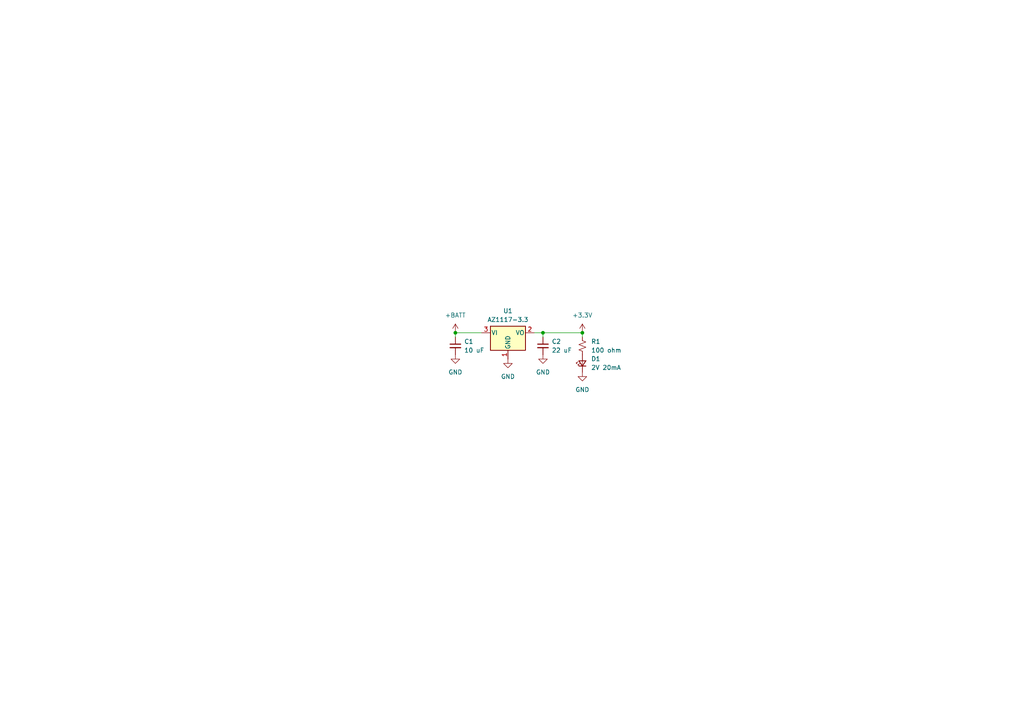
<source format=kicad_sch>
(kicad_sch (version 20230121) (generator eeschema)

  (uuid f3ce2b07-9487-48e3-b881-0ad625f4782d)

  (paper "A4")

  (lib_symbols
    (symbol "Device:C_Small" (pin_numbers hide) (pin_names (offset 0.254) hide) (in_bom yes) (on_board yes)
      (property "Reference" "C" (at 0.254 1.778 0)
        (effects (font (size 1.27 1.27)) (justify left))
      )
      (property "Value" "C_Small" (at 0.254 -2.032 0)
        (effects (font (size 1.27 1.27)) (justify left))
      )
      (property "Footprint" "" (at 0 0 0)
        (effects (font (size 1.27 1.27)) hide)
      )
      (property "Datasheet" "~" (at 0 0 0)
        (effects (font (size 1.27 1.27)) hide)
      )
      (property "ki_keywords" "capacitor cap" (at 0 0 0)
        (effects (font (size 1.27 1.27)) hide)
      )
      (property "ki_description" "Unpolarized capacitor, small symbol" (at 0 0 0)
        (effects (font (size 1.27 1.27)) hide)
      )
      (property "ki_fp_filters" "C_*" (at 0 0 0)
        (effects (font (size 1.27 1.27)) hide)
      )
      (symbol "C_Small_0_1"
        (polyline
          (pts
            (xy -1.524 -0.508)
            (xy 1.524 -0.508)
          )
          (stroke (width 0.3302) (type default))
          (fill (type none))
        )
        (polyline
          (pts
            (xy -1.524 0.508)
            (xy 1.524 0.508)
          )
          (stroke (width 0.3048) (type default))
          (fill (type none))
        )
      )
      (symbol "C_Small_1_1"
        (pin passive line (at 0 2.54 270) (length 2.032)
          (name "~" (effects (font (size 1.27 1.27))))
          (number "1" (effects (font (size 1.27 1.27))))
        )
        (pin passive line (at 0 -2.54 90) (length 2.032)
          (name "~" (effects (font (size 1.27 1.27))))
          (number "2" (effects (font (size 1.27 1.27))))
        )
      )
    )
    (symbol "Device:LED_Small" (pin_numbers hide) (pin_names (offset 0.254) hide) (in_bom yes) (on_board yes)
      (property "Reference" "D" (at -1.27 3.175 0)
        (effects (font (size 1.27 1.27)) (justify left))
      )
      (property "Value" "LED_Small" (at -4.445 -2.54 0)
        (effects (font (size 1.27 1.27)) (justify left))
      )
      (property "Footprint" "" (at 0 0 90)
        (effects (font (size 1.27 1.27)) hide)
      )
      (property "Datasheet" "~" (at 0 0 90)
        (effects (font (size 1.27 1.27)) hide)
      )
      (property "ki_keywords" "LED diode light-emitting-diode" (at 0 0 0)
        (effects (font (size 1.27 1.27)) hide)
      )
      (property "ki_description" "Light emitting diode, small symbol" (at 0 0 0)
        (effects (font (size 1.27 1.27)) hide)
      )
      (property "ki_fp_filters" "LED* LED_SMD:* LED_THT:*" (at 0 0 0)
        (effects (font (size 1.27 1.27)) hide)
      )
      (symbol "LED_Small_0_1"
        (polyline
          (pts
            (xy -0.762 -1.016)
            (xy -0.762 1.016)
          )
          (stroke (width 0.254) (type default))
          (fill (type none))
        )
        (polyline
          (pts
            (xy 1.016 0)
            (xy -0.762 0)
          )
          (stroke (width 0) (type default))
          (fill (type none))
        )
        (polyline
          (pts
            (xy 0.762 -1.016)
            (xy -0.762 0)
            (xy 0.762 1.016)
            (xy 0.762 -1.016)
          )
          (stroke (width 0.254) (type default))
          (fill (type none))
        )
        (polyline
          (pts
            (xy 0 0.762)
            (xy -0.508 1.27)
            (xy -0.254 1.27)
            (xy -0.508 1.27)
            (xy -0.508 1.016)
          )
          (stroke (width 0) (type default))
          (fill (type none))
        )
        (polyline
          (pts
            (xy 0.508 1.27)
            (xy 0 1.778)
            (xy 0.254 1.778)
            (xy 0 1.778)
            (xy 0 1.524)
          )
          (stroke (width 0) (type default))
          (fill (type none))
        )
      )
      (symbol "LED_Small_1_1"
        (pin passive line (at -2.54 0 0) (length 1.778)
          (name "K" (effects (font (size 1.27 1.27))))
          (number "1" (effects (font (size 1.27 1.27))))
        )
        (pin passive line (at 2.54 0 180) (length 1.778)
          (name "A" (effects (font (size 1.27 1.27))))
          (number "2" (effects (font (size 1.27 1.27))))
        )
      )
    )
    (symbol "Device:R_Small_US" (pin_numbers hide) (pin_names (offset 0.254) hide) (in_bom yes) (on_board yes)
      (property "Reference" "R" (at 0.762 0.508 0)
        (effects (font (size 1.27 1.27)) (justify left))
      )
      (property "Value" "R_Small_US" (at 0.762 -1.016 0)
        (effects (font (size 1.27 1.27)) (justify left))
      )
      (property "Footprint" "" (at 0 0 0)
        (effects (font (size 1.27 1.27)) hide)
      )
      (property "Datasheet" "~" (at 0 0 0)
        (effects (font (size 1.27 1.27)) hide)
      )
      (property "ki_keywords" "r resistor" (at 0 0 0)
        (effects (font (size 1.27 1.27)) hide)
      )
      (property "ki_description" "Resistor, small US symbol" (at 0 0 0)
        (effects (font (size 1.27 1.27)) hide)
      )
      (property "ki_fp_filters" "R_*" (at 0 0 0)
        (effects (font (size 1.27 1.27)) hide)
      )
      (symbol "R_Small_US_1_1"
        (polyline
          (pts
            (xy 0 0)
            (xy 1.016 -0.381)
            (xy 0 -0.762)
            (xy -1.016 -1.143)
            (xy 0 -1.524)
          )
          (stroke (width 0) (type default))
          (fill (type none))
        )
        (polyline
          (pts
            (xy 0 1.524)
            (xy 1.016 1.143)
            (xy 0 0.762)
            (xy -1.016 0.381)
            (xy 0 0)
          )
          (stroke (width 0) (type default))
          (fill (type none))
        )
        (pin passive line (at 0 2.54 270) (length 1.016)
          (name "~" (effects (font (size 1.27 1.27))))
          (number "1" (effects (font (size 1.27 1.27))))
        )
        (pin passive line (at 0 -2.54 90) (length 1.016)
          (name "~" (effects (font (size 1.27 1.27))))
          (number "2" (effects (font (size 1.27 1.27))))
        )
      )
    )
    (symbol "Regulator_Linear:AZ1117-3.3" (pin_names (offset 0.254)) (in_bom yes) (on_board yes)
      (property "Reference" "U" (at -3.81 3.175 0)
        (effects (font (size 1.27 1.27)))
      )
      (property "Value" "AZ1117-3.3" (at 0 3.175 0)
        (effects (font (size 1.27 1.27)) (justify left))
      )
      (property "Footprint" "" (at 0 6.35 0)
        (effects (font (size 1.27 1.27) italic) hide)
      )
      (property "Datasheet" "https://www.diodes.com/assets/Datasheets/AZ1117.pdf" (at 0 0 0)
        (effects (font (size 1.27 1.27)) hide)
      )
      (property "ki_keywords" "Fixed Voltage Regulator 1A Positive LDO" (at 0 0 0)
        (effects (font (size 1.27 1.27)) hide)
      )
      (property "ki_description" "1A 20V Fixed LDO Linear Regulator, 3.3V, SOT-89/SOT-223/TO-220/TO-252/TO-263" (at 0 0 0)
        (effects (font (size 1.27 1.27)) hide)
      )
      (property "ki_fp_filters" "SOT?223* SOT?89* TO?220* TO?252* TO?263*" (at 0 0 0)
        (effects (font (size 1.27 1.27)) hide)
      )
      (symbol "AZ1117-3.3_0_1"
        (rectangle (start -5.08 1.905) (end 5.08 -5.08)
          (stroke (width 0.254) (type default))
          (fill (type background))
        )
      )
      (symbol "AZ1117-3.3_1_1"
        (pin power_in line (at 0 -7.62 90) (length 2.54)
          (name "GND" (effects (font (size 1.27 1.27))))
          (number "1" (effects (font (size 1.27 1.27))))
        )
        (pin power_out line (at 7.62 0 180) (length 2.54)
          (name "VO" (effects (font (size 1.27 1.27))))
          (number "2" (effects (font (size 1.27 1.27))))
        )
        (pin power_in line (at -7.62 0 0) (length 2.54)
          (name "VI" (effects (font (size 1.27 1.27))))
          (number "3" (effects (font (size 1.27 1.27))))
        )
      )
    )
    (symbol "power:+3.3V" (power) (pin_names (offset 0)) (in_bom yes) (on_board yes)
      (property "Reference" "#PWR" (at 0 -3.81 0)
        (effects (font (size 1.27 1.27)) hide)
      )
      (property "Value" "+3.3V" (at 0 3.556 0)
        (effects (font (size 1.27 1.27)))
      )
      (property "Footprint" "" (at 0 0 0)
        (effects (font (size 1.27 1.27)) hide)
      )
      (property "Datasheet" "" (at 0 0 0)
        (effects (font (size 1.27 1.27)) hide)
      )
      (property "ki_keywords" "global power" (at 0 0 0)
        (effects (font (size 1.27 1.27)) hide)
      )
      (property "ki_description" "Power symbol creates a global label with name \"+3.3V\"" (at 0 0 0)
        (effects (font (size 1.27 1.27)) hide)
      )
      (symbol "+3.3V_0_1"
        (polyline
          (pts
            (xy -0.762 1.27)
            (xy 0 2.54)
          )
          (stroke (width 0) (type default))
          (fill (type none))
        )
        (polyline
          (pts
            (xy 0 0)
            (xy 0 2.54)
          )
          (stroke (width 0) (type default))
          (fill (type none))
        )
        (polyline
          (pts
            (xy 0 2.54)
            (xy 0.762 1.27)
          )
          (stroke (width 0) (type default))
          (fill (type none))
        )
      )
      (symbol "+3.3V_1_1"
        (pin power_in line (at 0 0 90) (length 0) hide
          (name "+3.3V" (effects (font (size 1.27 1.27))))
          (number "1" (effects (font (size 1.27 1.27))))
        )
      )
    )
    (symbol "power:+BATT" (power) (pin_names (offset 0)) (in_bom yes) (on_board yes)
      (property "Reference" "#PWR" (at 0 -3.81 0)
        (effects (font (size 1.27 1.27)) hide)
      )
      (property "Value" "+BATT" (at 0 3.556 0)
        (effects (font (size 1.27 1.27)))
      )
      (property "Footprint" "" (at 0 0 0)
        (effects (font (size 1.27 1.27)) hide)
      )
      (property "Datasheet" "" (at 0 0 0)
        (effects (font (size 1.27 1.27)) hide)
      )
      (property "ki_keywords" "global power battery" (at 0 0 0)
        (effects (font (size 1.27 1.27)) hide)
      )
      (property "ki_description" "Power symbol creates a global label with name \"+BATT\"" (at 0 0 0)
        (effects (font (size 1.27 1.27)) hide)
      )
      (symbol "+BATT_0_1"
        (polyline
          (pts
            (xy -0.762 1.27)
            (xy 0 2.54)
          )
          (stroke (width 0) (type default))
          (fill (type none))
        )
        (polyline
          (pts
            (xy 0 0)
            (xy 0 2.54)
          )
          (stroke (width 0) (type default))
          (fill (type none))
        )
        (polyline
          (pts
            (xy 0 2.54)
            (xy 0.762 1.27)
          )
          (stroke (width 0) (type default))
          (fill (type none))
        )
      )
      (symbol "+BATT_1_1"
        (pin power_in line (at 0 0 90) (length 0) hide
          (name "+BATT" (effects (font (size 1.27 1.27))))
          (number "1" (effects (font (size 1.27 1.27))))
        )
      )
    )
    (symbol "power:GND" (power) (pin_names (offset 0)) (in_bom yes) (on_board yes)
      (property "Reference" "#PWR" (at 0 -6.35 0)
        (effects (font (size 1.27 1.27)) hide)
      )
      (property "Value" "GND" (at 0 -3.81 0)
        (effects (font (size 1.27 1.27)))
      )
      (property "Footprint" "" (at 0 0 0)
        (effects (font (size 1.27 1.27)) hide)
      )
      (property "Datasheet" "" (at 0 0 0)
        (effects (font (size 1.27 1.27)) hide)
      )
      (property "ki_keywords" "global power" (at 0 0 0)
        (effects (font (size 1.27 1.27)) hide)
      )
      (property "ki_description" "Power symbol creates a global label with name \"GND\" , ground" (at 0 0 0)
        (effects (font (size 1.27 1.27)) hide)
      )
      (symbol "GND_0_1"
        (polyline
          (pts
            (xy 0 0)
            (xy 0 -1.27)
            (xy 1.27 -1.27)
            (xy 0 -2.54)
            (xy -1.27 -1.27)
            (xy 0 -1.27)
          )
          (stroke (width 0) (type default))
          (fill (type none))
        )
      )
      (symbol "GND_1_1"
        (pin power_in line (at 0 0 270) (length 0) hide
          (name "GND" (effects (font (size 1.27 1.27))))
          (number "1" (effects (font (size 1.27 1.27))))
        )
      )
    )
  )

  (junction (at 157.48 96.52) (diameter 0) (color 0 0 0 0)
    (uuid 1edc7a6a-5247-45d7-8638-7ef7d0a0c900)
  )
  (junction (at 168.91 96.52) (diameter 0) (color 0 0 0 0)
    (uuid 2ba44929-70a2-4e70-97e8-f10b545902dc)
  )
  (junction (at 132.08 96.52) (diameter 0) (color 0 0 0 0)
    (uuid b588297f-8e45-44cf-bae2-486b813efd1c)
  )

  (wire (pts (xy 168.91 97.79) (xy 168.91 96.52))
    (stroke (width 0) (type default))
    (uuid 1b7aa10f-1665-4ae4-b9ce-bceca3ac981d)
  )
  (wire (pts (xy 157.48 96.52) (xy 168.91 96.52))
    (stroke (width 0) (type default))
    (uuid 2c844033-2ce7-4d4a-97bc-0f67ace5cf15)
  )
  (wire (pts (xy 132.08 96.52) (xy 139.7 96.52))
    (stroke (width 0) (type default))
    (uuid 6aefbb03-70f3-486e-8599-92ae67407f2a)
  )
  (wire (pts (xy 154.94 96.52) (xy 157.48 96.52))
    (stroke (width 0) (type default))
    (uuid 7767d778-b3fb-4cbd-b9d4-ea8adb464069)
  )
  (wire (pts (xy 132.08 97.79) (xy 132.08 96.52))
    (stroke (width 0) (type default))
    (uuid 9e1fd4e0-65d0-4852-9a79-95fed565fae6)
  )
  (wire (pts (xy 157.48 97.79) (xy 157.48 96.52))
    (stroke (width 0) (type default))
    (uuid be16a103-915e-47d5-b145-b0a2521789e2)
  )

  (symbol (lib_id "power:GND") (at 132.08 102.87 0) (unit 1)
    (in_bom yes) (on_board yes) (dnp no) (fields_autoplaced)
    (uuid 37febb6f-cb64-4ec6-af22-80df46fe4c15)
    (property "Reference" "#PWR03" (at 132.08 109.22 0)
      (effects (font (size 1.27 1.27)) hide)
    )
    (property "Value" "GND" (at 132.08 107.95 0)
      (effects (font (size 1.27 1.27)))
    )
    (property "Footprint" "" (at 132.08 102.87 0)
      (effects (font (size 1.27 1.27)) hide)
    )
    (property "Datasheet" "" (at 132.08 102.87 0)
      (effects (font (size 1.27 1.27)) hide)
    )
    (pin "1" (uuid 121cdc02-45a4-40e7-b2d4-db1d8af6446f))
    (instances
      (project "micromouse"
        (path "/77cbf270-6b61-4f1a-b1cd-1a823bc4a9d0"
          (reference "#PWR03") (unit 1)
        )
        (path "/77cbf270-6b61-4f1a-b1cd-1a823bc4a9d0/ee213e5f-b840-4963-a0d0-18f6863af62a"
          (reference "#PWR043") (unit 1)
        )
        (path "/77cbf270-6b61-4f1a-b1cd-1a823bc4a9d0/0ad29b3b-f66f-4f58-a0f4-0c39e8d6232b"
          (reference "#PWR043") (unit 1)
        )
      )
    )
  )

  (symbol (lib_id "power:GND") (at 168.91 107.95 0) (unit 1)
    (in_bom yes) (on_board yes) (dnp no)
    (uuid 5eda7d3f-8680-4569-8ef6-99ab38c22d16)
    (property "Reference" "#PWR05" (at 168.91 114.3 0)
      (effects (font (size 1.27 1.27)) hide)
    )
    (property "Value" "GND" (at 168.91 113.03 0)
      (effects (font (size 1.27 1.27)))
    )
    (property "Footprint" "" (at 168.91 107.95 0)
      (effects (font (size 1.27 1.27)) hide)
    )
    (property "Datasheet" "" (at 168.91 107.95 0)
      (effects (font (size 1.27 1.27)) hide)
    )
    (pin "1" (uuid ac5d76d3-45c2-4e64-a2e6-adfd0acb9c41))
    (instances
      (project "micromouse"
        (path "/77cbf270-6b61-4f1a-b1cd-1a823bc4a9d0"
          (reference "#PWR05") (unit 1)
        )
        (path "/77cbf270-6b61-4f1a-b1cd-1a823bc4a9d0/ee213e5f-b840-4963-a0d0-18f6863af62a"
          (reference "#PWR047") (unit 1)
        )
        (path "/77cbf270-6b61-4f1a-b1cd-1a823bc4a9d0/0ad29b3b-f66f-4f58-a0f4-0c39e8d6232b"
          (reference "#PWR047") (unit 1)
        )
      )
    )
  )

  (symbol (lib_id "Device:C_Small") (at 132.08 100.33 0) (unit 1)
    (in_bom yes) (on_board yes) (dnp no) (fields_autoplaced)
    (uuid 7f369f1a-fccc-4714-bfc6-8bc57441acf4)
    (property "Reference" "C1" (at 134.62 99.0663 0)
      (effects (font (size 1.27 1.27)) (justify left))
    )
    (property "Value" "10 uF" (at 134.62 101.6063 0)
      (effects (font (size 1.27 1.27)) (justify left))
    )
    (property "Footprint" "Capacitor_SMD:C_0805_2012Metric" (at 132.08 100.33 0)
      (effects (font (size 1.27 1.27)) hide)
    )
    (property "Datasheet" "~" (at 132.08 100.33 0)
      (effects (font (size 1.27 1.27)) hide)
    )
    (pin "1" (uuid 939f4350-d73f-4a90-926d-9c2e71f28661))
    (pin "2" (uuid 31479670-e3a5-40e5-bedf-a43c27931fee))
    (instances
      (project "micromouse"
        (path "/77cbf270-6b61-4f1a-b1cd-1a823bc4a9d0"
          (reference "C1") (unit 1)
        )
        (path "/77cbf270-6b61-4f1a-b1cd-1a823bc4a9d0/ee213e5f-b840-4963-a0d0-18f6863af62a"
          (reference "C25") (unit 1)
        )
        (path "/77cbf270-6b61-4f1a-b1cd-1a823bc4a9d0/0ad29b3b-f66f-4f58-a0f4-0c39e8d6232b"
          (reference "C25") (unit 1)
        )
      )
    )
  )

  (symbol (lib_id "Regulator_Linear:AZ1117-3.3") (at 147.32 96.52 0) (unit 1)
    (in_bom yes) (on_board yes) (dnp no) (fields_autoplaced)
    (uuid 7f530aaa-1873-4fcf-8fdb-f5fa92562bf1)
    (property "Reference" "U1" (at 147.32 90.17 0)
      (effects (font (size 1.27 1.27)))
    )
    (property "Value" "AZ1117-3.3" (at 147.32 92.71 0)
      (effects (font (size 1.27 1.27)))
    )
    (property "Footprint" "Package_TO_SOT_SMD:SOT-223-3_TabPin2" (at 147.32 90.17 0)
      (effects (font (size 1.27 1.27) italic) hide)
    )
    (property "Datasheet" "https://www.diodes.com/assets/Datasheets/AZ1117.pdf" (at 147.32 96.52 0)
      (effects (font (size 1.27 1.27)) hide)
    )
    (pin "1" (uuid 07d6158a-fddb-45e0-ba37-9d650411f5c4))
    (pin "2" (uuid e9e6d7f0-fd02-4e94-baa5-7a1cd60584a5))
    (pin "3" (uuid 6757d084-fc98-4abe-90ed-5926eecb5ed7))
    (instances
      (project "micromouse"
        (path "/77cbf270-6b61-4f1a-b1cd-1a823bc4a9d0"
          (reference "U1") (unit 1)
        )
        (path "/77cbf270-6b61-4f1a-b1cd-1a823bc4a9d0/ee213e5f-b840-4963-a0d0-18f6863af62a"
          (reference "U5") (unit 1)
        )
        (path "/77cbf270-6b61-4f1a-b1cd-1a823bc4a9d0/0ad29b3b-f66f-4f58-a0f4-0c39e8d6232b"
          (reference "U5") (unit 1)
        )
      )
    )
  )

  (symbol (lib_id "Device:C_Small") (at 157.48 100.33 0) (unit 1)
    (in_bom yes) (on_board yes) (dnp no)
    (uuid a8cf963b-1389-4c10-ab26-184e7c51a92a)
    (property "Reference" "C2" (at 160.02 99.06 0)
      (effects (font (size 1.27 1.27)) (justify left))
    )
    (property "Value" "22 uF" (at 160.02 101.6063 0)
      (effects (font (size 1.27 1.27)) (justify left))
    )
    (property "Footprint" "Capacitor_SMD:C_0805_2012Metric" (at 157.48 100.33 0)
      (effects (font (size 1.27 1.27)) hide)
    )
    (property "Datasheet" "~" (at 157.48 100.33 0)
      (effects (font (size 1.27 1.27)) hide)
    )
    (pin "1" (uuid 17d48fc3-4d76-48d3-8d50-4cf4ad0de498))
    (pin "2" (uuid 2e71adc1-f67f-4ed8-aeae-0655e3fe9781))
    (instances
      (project "micromouse"
        (path "/77cbf270-6b61-4f1a-b1cd-1a823bc4a9d0"
          (reference "C2") (unit 1)
        )
        (path "/77cbf270-6b61-4f1a-b1cd-1a823bc4a9d0/ee213e5f-b840-4963-a0d0-18f6863af62a"
          (reference "C26") (unit 1)
        )
        (path "/77cbf270-6b61-4f1a-b1cd-1a823bc4a9d0/0ad29b3b-f66f-4f58-a0f4-0c39e8d6232b"
          (reference "C26") (unit 1)
        )
      )
    )
  )

  (symbol (lib_id "Device:LED_Small") (at 168.91 105.41 90) (unit 1)
    (in_bom yes) (on_board yes) (dnp no) (fields_autoplaced)
    (uuid b0b4d4ef-4752-4edd-acbe-3f6f8f893651)
    (property "Reference" "D1" (at 171.45 104.0765 90)
      (effects (font (size 1.27 1.27)) (justify right))
    )
    (property "Value" "2V 20mA" (at 171.45 106.6165 90)
      (effects (font (size 1.27 1.27)) (justify right))
    )
    (property "Footprint" "LED_SMD:LED_0603_1608Metric" (at 168.91 105.41 90)
      (effects (font (size 1.27 1.27)) hide)
    )
    (property "Datasheet" "~" (at 168.91 105.41 90)
      (effects (font (size 1.27 1.27)) hide)
    )
    (pin "2" (uuid fdda16f1-9bb1-446d-8e36-947535d419df))
    (pin "1" (uuid be1290df-c422-4cca-8d81-46bbf2093aac))
    (instances
      (project "micromouse"
        (path "/77cbf270-6b61-4f1a-b1cd-1a823bc4a9d0"
          (reference "D1") (unit 1)
        )
        (path "/77cbf270-6b61-4f1a-b1cd-1a823bc4a9d0/ee213e5f-b840-4963-a0d0-18f6863af62a"
          (reference "D5") (unit 1)
        )
        (path "/77cbf270-6b61-4f1a-b1cd-1a823bc4a9d0/0ad29b3b-f66f-4f58-a0f4-0c39e8d6232b"
          (reference "D5") (unit 1)
        )
      )
    )
  )

  (symbol (lib_id "power:GND") (at 147.32 104.14 0) (unit 1)
    (in_bom yes) (on_board yes) (dnp no) (fields_autoplaced)
    (uuid b67118df-73d9-484c-8177-76abe339b4fa)
    (property "Reference" "#PWR02" (at 147.32 110.49 0)
      (effects (font (size 1.27 1.27)) hide)
    )
    (property "Value" "GND" (at 147.32 109.22 0)
      (effects (font (size 1.27 1.27)))
    )
    (property "Footprint" "" (at 147.32 104.14 0)
      (effects (font (size 1.27 1.27)) hide)
    )
    (property "Datasheet" "" (at 147.32 104.14 0)
      (effects (font (size 1.27 1.27)) hide)
    )
    (pin "1" (uuid 85ae835a-d3c4-47c4-a23c-80f507ca943b))
    (instances
      (project "micromouse"
        (path "/77cbf270-6b61-4f1a-b1cd-1a823bc4a9d0"
          (reference "#PWR02") (unit 1)
        )
        (path "/77cbf270-6b61-4f1a-b1cd-1a823bc4a9d0/ee213e5f-b840-4963-a0d0-18f6863af62a"
          (reference "#PWR044") (unit 1)
        )
        (path "/77cbf270-6b61-4f1a-b1cd-1a823bc4a9d0/0ad29b3b-f66f-4f58-a0f4-0c39e8d6232b"
          (reference "#PWR044") (unit 1)
        )
      )
    )
  )

  (symbol (lib_id "Device:R_Small_US") (at 168.91 100.33 0) (unit 1)
    (in_bom yes) (on_board yes) (dnp no) (fields_autoplaced)
    (uuid c6aadbcd-b267-4276-89d2-81df742f1118)
    (property "Reference" "R1" (at 171.45 99.06 0)
      (effects (font (size 1.27 1.27)) (justify left))
    )
    (property "Value" "100 ohm" (at 171.45 101.6 0)
      (effects (font (size 1.27 1.27)) (justify left))
    )
    (property "Footprint" "Resistor_SMD:R_0805_2012Metric" (at 168.91 100.33 0)
      (effects (font (size 1.27 1.27)) hide)
    )
    (property "Datasheet" "~" (at 168.91 100.33 0)
      (effects (font (size 1.27 1.27)) hide)
    )
    (pin "2" (uuid cd38b885-9156-419e-9950-2d2d0b1c7a9a))
    (pin "1" (uuid 68185dc0-9e9d-4bfc-9826-6d079faa9995))
    (instances
      (project "temp"
        (path "/4ab6c597-c995-4ded-b4e9-3fe49657a9f7"
          (reference "R1") (unit 1)
        )
      )
      (project "micromouse"
        (path "/77cbf270-6b61-4f1a-b1cd-1a823bc4a9d0"
          (reference "R1") (unit 1)
        )
        (path "/77cbf270-6b61-4f1a-b1cd-1a823bc4a9d0/cf9a1018-f024-4f3e-aaf6-05bf8a1e7d4b"
          (reference "R4") (unit 1)
        )
        (path "/77cbf270-6b61-4f1a-b1cd-1a823bc4a9d0/1b79df15-7fde-4574-a99f-3b10059c4a8b"
          (reference "R3") (unit 1)
        )
        (path "/77cbf270-6b61-4f1a-b1cd-1a823bc4a9d0/daba2f40-92d1-4b6c-9ee3-215d7fa7e5a6"
          (reference "R8") (unit 1)
        )
        (path "/77cbf270-6b61-4f1a-b1cd-1a823bc4a9d0/ee213e5f-b840-4963-a0d0-18f6863af62a"
          (reference "R9") (unit 1)
        )
        (path "/77cbf270-6b61-4f1a-b1cd-1a823bc4a9d0/0ad29b3b-f66f-4f58-a0f4-0c39e8d6232b"
          (reference "R9") (unit 1)
        )
      )
    )
  )

  (symbol (lib_id "power:+BATT") (at 132.08 96.52 0) (unit 1)
    (in_bom yes) (on_board yes) (dnp no) (fields_autoplaced)
    (uuid efee6f98-e547-4305-b8d7-1864076cabe5)
    (property "Reference" "#PWR034" (at 132.08 100.33 0)
      (effects (font (size 1.27 1.27)) hide)
    )
    (property "Value" "+BATT" (at 132.08 91.44 0)
      (effects (font (size 1.27 1.27)))
    )
    (property "Footprint" "" (at 132.08 96.52 0)
      (effects (font (size 1.27 1.27)) hide)
    )
    (property "Datasheet" "" (at 132.08 96.52 0)
      (effects (font (size 1.27 1.27)) hide)
    )
    (pin "1" (uuid b32ea951-74e3-4abc-b1d5-0e75bb784bfd))
    (instances
      (project "micromouse"
        (path "/77cbf270-6b61-4f1a-b1cd-1a823bc4a9d0"
          (reference "#PWR034") (unit 1)
        )
        (path "/77cbf270-6b61-4f1a-b1cd-1a823bc4a9d0/ee213e5f-b840-4963-a0d0-18f6863af62a"
          (reference "#PWR039") (unit 1)
        )
        (path "/77cbf270-6b61-4f1a-b1cd-1a823bc4a9d0/0ad29b3b-f66f-4f58-a0f4-0c39e8d6232b"
          (reference "#PWR039") (unit 1)
        )
      )
    )
  )

  (symbol (lib_id "power:+3.3V") (at 168.91 96.52 0) (unit 1)
    (in_bom yes) (on_board yes) (dnp no) (fields_autoplaced)
    (uuid fd3a5c8a-d789-4e97-9c99-7c8811e0097a)
    (property "Reference" "#PWR024" (at 168.91 100.33 0)
      (effects (font (size 1.27 1.27)) hide)
    )
    (property "Value" "+3.3V" (at 168.91 91.44 0)
      (effects (font (size 1.27 1.27)))
    )
    (property "Footprint" "" (at 168.91 96.52 0)
      (effects (font (size 1.27 1.27)) hide)
    )
    (property "Datasheet" "" (at 168.91 96.52 0)
      (effects (font (size 1.27 1.27)) hide)
    )
    (pin "1" (uuid 75adf043-3a0c-4d6c-8e65-f737db27c780))
    (instances
      (project "micromouse"
        (path "/77cbf270-6b61-4f1a-b1cd-1a823bc4a9d0"
          (reference "#PWR024") (unit 1)
        )
        (path "/77cbf270-6b61-4f1a-b1cd-1a823bc4a9d0/ee213e5f-b840-4963-a0d0-18f6863af62a"
          (reference "#PWR046") (unit 1)
        )
        (path "/77cbf270-6b61-4f1a-b1cd-1a823bc4a9d0/0ad29b3b-f66f-4f58-a0f4-0c39e8d6232b"
          (reference "#PWR046") (unit 1)
        )
      )
    )
  )

  (symbol (lib_id "power:GND") (at 157.48 102.87 0) (unit 1)
    (in_bom yes) (on_board yes) (dnp no) (fields_autoplaced)
    (uuid fe9a6e80-d207-4734-90f1-f036d43aa9b4)
    (property "Reference" "#PWR04" (at 157.48 109.22 0)
      (effects (font (size 1.27 1.27)) hide)
    )
    (property "Value" "GND" (at 157.48 107.95 0)
      (effects (font (size 1.27 1.27)))
    )
    (property "Footprint" "" (at 157.48 102.87 0)
      (effects (font (size 1.27 1.27)) hide)
    )
    (property "Datasheet" "" (at 157.48 102.87 0)
      (effects (font (size 1.27 1.27)) hide)
    )
    (pin "1" (uuid f6c06dd6-3d64-4220-b665-04e64a0ccca9))
    (instances
      (project "micromouse"
        (path "/77cbf270-6b61-4f1a-b1cd-1a823bc4a9d0"
          (reference "#PWR04") (unit 1)
        )
        (path "/77cbf270-6b61-4f1a-b1cd-1a823bc4a9d0/ee213e5f-b840-4963-a0d0-18f6863af62a"
          (reference "#PWR045") (unit 1)
        )
        (path "/77cbf270-6b61-4f1a-b1cd-1a823bc4a9d0/0ad29b3b-f66f-4f58-a0f4-0c39e8d6232b"
          (reference "#PWR045") (unit 1)
        )
      )
    )
  )
)

</source>
